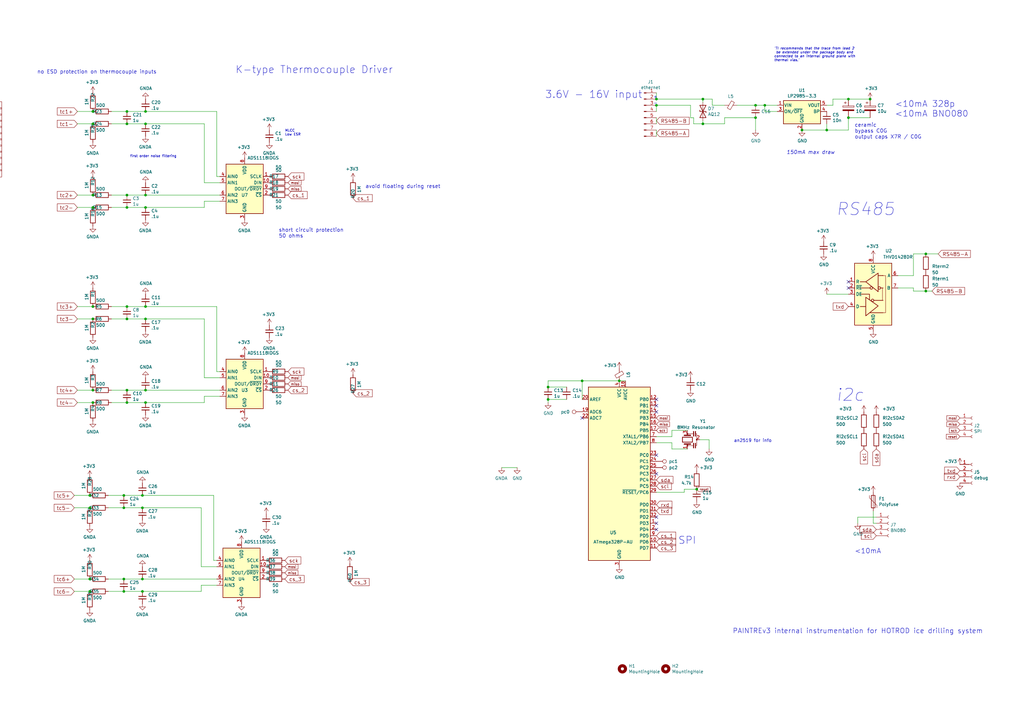
<source format=kicad_sch>
(kicad_sch (version 20211123) (generator eeschema)
  (paper "A3")
  (title_block (title "PAINTREv3") (date "1/5/2022") (company "GEUS") (comment 1 "CC-BY-SA, clan@geus.dk"))
  (junction (at 238.76 156.21))
  (junction (at 52.07 45.72))
  (junction (at 38.1 130.81))
  (junction (at 38.1 160.02))
  (junction (at 288.29 40.64))
  (junction (at 59.69 45.72))
  (junction (at 288.29 50.8))
  (junction (at 38.1 50.8))
  (junction (at 58.42 242.57))
  (junction (at 59.69 165.1))
  (junction (at 50.8 242.57))
  (junction (at 269.24 43.18))
  (junction (at 313.69 43.18))
  (junction (at 50.8 208.28))
  (junction (at 38.1 80.01))
  (junction (at 379.73 104.14))
  (junction (at 356.87 40.64))
  (junction (at 36.83 208.28))
  (junction (at 52.07 80.01))
  (junction (at 59.69 80.01))
  (junction (at 52.07 165.1))
  (junction (at 347.98 40.64))
  (junction (at 224.79 163.83))
  (junction (at 58.42 203.2))
  (junction (at 38.1 125.73))
  (junction (at 52.07 160.02))
  (junction (at 36.83 203.2))
  (junction (at 309.88 48.26))
  (junction (at 224.79 158.75))
  (junction (at 59.69 130.81))
  (junction (at 36.83 237.49))
  (junction (at 328.93 53.34))
  (junction (at 347.98 48.26))
  (junction (at 309.88 43.18))
  (junction (at 59.69 160.02))
  (junction (at 52.07 85.09))
  (junction (at 269.24 40.64))
  (junction (at 59.69 125.73))
  (junction (at 38.1 85.09))
  (junction (at 58.42 208.28))
  (junction (at 339.09 53.34))
  (junction (at 36.83 242.57))
  (junction (at 379.73 119.38))
  (junction (at 58.42 237.49))
  (junction (at 52.07 50.8))
  (junction (at 254 156.21))
  (junction (at 38.1 165.1))
  (junction (at 50.8 203.2))
  (junction (at 38.1 45.72))
  (junction (at 285.75 200.66))
  (junction (at 59.69 50.8))
  (junction (at 52.07 125.73))
  (junction (at 50.8 237.49))
  (junction (at 59.69 85.09))
  (junction (at 52.07 130.81))
  (no_connect (at 238.76 171.45))
  (no_connect (at 269.24 166.37))
  (no_connect (at 269.24 212.09))
  (no_connect (at 347.98 118.11))
  (no_connect (at 269.24 214.63))
  (no_connect (at 269.24 168.91))
  (no_connect (at 269.24 186.69))
  (no_connect (at 269.24 194.31))
  (no_connect (at 269.24 217.17))
  (no_connect (at 269.24 163.83))
  (no_connect (at 347.98 115.57))
  (wire (pts (xy 328.93 53.34) (xy 339.09 53.34)))
  (wire (pts (xy 238.76 156.21) (xy 254 156.21)))
  (wire (pts (xy 44.45 242.57) (xy 50.8 242.57)))
  (wire (pts (xy 269.24 43.18) (xy 269.24 45.72)))
  (wire (pts (xy 283.21 48.26) (xy 284.48 48.26)))
  (wire (pts (xy 82.55 208.28) (xy 58.42 208.28)))
  (wire (pts (xy 232.41 158.75) (xy 224.79 158.75)))
  (wire (pts (xy 50.8 242.57) (xy 58.42 242.57)))
  (wire (pts (xy 52.07 50.8) (xy 59.69 50.8)))
  (wire (pts (xy 269.24 38.1) (xy 269.24 40.64)))
  (wire (pts (xy 45.72 45.72) (xy 52.07 45.72)))
  (wire (pts (xy 45.72 80.01) (xy 52.07 80.01)))
  (wire (pts (xy 83.82 50.8) (xy 59.69 50.8)))
  (wire (pts (xy 90.17 72.39) (xy 88.9 72.39)))
  (wire (pts (xy 374.65 118.11) (xy 374.65 119.38)))
  (wire (pts (xy 313.69 45.72) (xy 313.69 43.18)))
  (wire (pts (xy 347.98 48.26) (xy 347.98 53.34)))
  (wire (pts (xy 359.41 214.63) (xy 358.14 214.63)))
  (wire (pts (xy 50.8 203.2) (xy 58.42 203.2)))
  (wire (pts (xy 269.24 55.88) (xy 269.24 53.34)))
  (wire (pts (xy 347.98 53.34) (xy 339.09 53.34)))
  (wire (pts (xy 309.88 43.18) (xy 313.69 43.18)))
  (wire (pts (xy 88.9 125.73) (xy 88.9 152.4)))
  (wire (pts (xy 30.48 242.57) (xy 36.83 242.57)))
  (wire (pts (xy 339.09 43.18) (xy 341.63 43.18)))
  (wire (pts (xy 288.29 50.8) (xy 297.18 50.8)))
  (wire (pts (xy 52.07 85.09) (xy 59.69 85.09)))
  (wire (pts (xy 275.59 179.07) (xy 275.59 176.53)))
  (wire (pts (xy 52.07 160.02) (xy 59.69 160.02)))
  (wire (pts (xy 83.82 162.56) (xy 83.82 165.1)))
  (wire (pts (xy 224.79 156.21) (xy 224.79 158.75)))
  (wire (pts (xy 288.29 49.53) (xy 288.29 50.8)))
  (wire (pts (xy 50.8 208.28) (xy 58.42 208.28)))
  (wire (pts (xy 52.07 130.81) (xy 59.69 130.81)))
  (wire (pts (xy 374.65 104.14) (xy 379.73 104.14)))
  (wire (pts (xy 339.09 120.65) (xy 347.98 120.65)))
  (wire (pts (xy 31.75 125.73) (xy 38.1 125.73)))
  (wire (pts (xy 59.69 80.01) (xy 90.17 80.01)))
  (wire (pts (xy 83.82 85.09) (xy 59.69 85.09)))
  (wire (pts (xy 58.42 237.49) (xy 88.9 237.49)))
  (wire (pts (xy 30.48 208.28) (xy 36.83 208.28)))
  (wire (pts (xy 59.69 160.02) (xy 90.17 160.02)))
  (wire (pts (xy 45.72 85.09) (xy 52.07 85.09)))
  (wire (pts (xy 292.1 40.64) (xy 292.1 43.18)))
  (wire (pts (xy 44.45 203.2) (xy 50.8 203.2)))
  (wire (pts (xy 275.59 181.61) (xy 275.59 184.15)))
  (wire (pts (xy 224.79 163.83) (xy 232.41 163.83)))
  (wire (pts (xy 374.65 104.14) (xy 374.65 113.03)))
  (wire (pts (xy 292.1 43.18) (xy 297.18 43.18)))
  (wire (pts (xy 83.82 82.55) (xy 90.17 82.55)))
  (wire (pts (xy 269.24 50.8) (xy 269.24 48.26)))
  (wire (pts (xy 269.24 179.07) (xy 275.59 179.07)))
  (wire (pts (xy 269.24 40.64) (xy 288.29 40.64)))
  (wire (pts (xy 358.14 214.63) (xy 358.14 209.55)))
  (wire (pts (xy 341.63 43.18) (xy 341.63 40.64)))
  (wire (pts (xy 83.82 154.94) (xy 83.82 130.81)))
  (wire (pts (xy 83.82 74.93) (xy 83.82 50.8)))
  (wire (pts (xy 82.55 232.41) (xy 88.9 232.41)))
  (wire (pts (xy 205.74 191.77) (xy 212.09 191.77)))
  (wire (pts (xy 351.79 212.09) (xy 351.79 214.63)))
  (wire (pts (xy 82.55 240.03) (xy 82.55 242.57)))
  (wire (pts (xy 30.48 203.2) (xy 36.83 203.2)))
  (wire (pts (xy 280.67 200.66) (xy 285.75 200.66)))
  (wire (pts (xy 50.8 237.49) (xy 58.42 237.49)))
  (wire (pts (xy 31.75 50.8) (xy 38.1 50.8)))
  (wire (pts (xy 288.29 40.64) (xy 292.1 40.64)))
  (wire (pts (xy 379.73 119.38) (xy 382.27 119.38)))
  (wire (pts (xy 52.07 80.01) (xy 59.69 80.01)))
  (wire (pts (xy 52.07 45.72) (xy 59.69 45.72)))
  (wire (pts (xy 313.69 43.18) (xy 318.77 43.18)))
  (wire (pts (xy 31.75 165.1) (xy 38.1 165.1)))
  (wire (pts (xy 30.48 237.49) (xy 36.83 237.49)))
  (wire (pts (xy 31.75 45.72) (xy 38.1 45.72)))
  (wire (pts (xy 318.77 45.72) (xy 313.69 45.72)))
  (wire (pts (xy 309.88 48.26) (xy 309.88 53.34)))
  (wire (pts (xy 275.59 184.15) (xy 281.94 184.15)))
  (wire (pts (xy 284.48 50.8) (xy 288.29 50.8)))
  (wire (pts (xy 59.69 125.73) (xy 88.9 125.73)))
  (wire (pts (xy 347.98 40.64) (xy 356.87 40.64)))
  (wire (pts (xy 45.72 130.81) (xy 52.07 130.81)))
  (wire (pts (xy 275.59 176.53) (xy 281.94 176.53)))
  (wire (pts (xy 347.98 48.26) (xy 356.87 48.26)))
  (wire (pts (xy 87.63 203.2) (xy 87.63 229.87)))
  (wire (pts (xy 297.18 50.8) (xy 297.18 48.26)))
  (wire (pts (xy 283.21 43.18) (xy 283.21 48.26)))
  (wire (pts (xy 254 156.21) (xy 256.54 156.21)))
  (wire (pts (xy 374.65 119.38) (xy 379.73 119.38)))
  (wire (pts (xy 45.72 50.8) (xy 52.07 50.8)))
  (wire (pts (xy 88.9 45.72) (xy 88.9 72.39)))
  (wire (pts (xy 368.3 113.03) (xy 374.65 113.03)))
  (wire (pts (xy 52.07 165.1) (xy 59.69 165.1)))
  (wire (pts (xy 339.09 53.34) (xy 339.09 50.8)))
  (wire (pts (xy 269.24 43.18) (xy 283.21 43.18)))
  (wire (pts (xy 44.45 237.49) (xy 50.8 237.49)))
  (wire (pts (xy 31.75 130.81) (xy 38.1 130.81)))
  (wire (pts (xy 83.82 165.1) (xy 59.69 165.1)))
  (wire (pts (xy 31.75 80.01) (xy 38.1 80.01)))
  (wire (pts (xy 297.18 48.26) (xy 309.88 48.26)))
  (wire (pts (xy 379.73 104.14) (xy 384.81 104.14)))
  (wire (pts (xy 359.41 212.09) (xy 351.79 212.09)))
  (wire (pts (xy 45.72 165.1) (xy 52.07 165.1)))
  (wire (pts (xy 269.24 181.61) (xy 275.59 181.61)))
  (wire (pts (xy 83.82 130.81) (xy 59.69 130.81)))
  (wire (pts (xy 224.79 163.83) (xy 224.79 165.1)))
  (wire (pts (xy 83.82 154.94) (xy 90.17 154.94)))
  (wire (pts (xy 52.07 125.73) (xy 59.69 125.73)))
  (wire (pts (xy 31.75 85.09) (xy 38.1 85.09)))
  (wire (pts (xy 45.72 125.73) (xy 52.07 125.73)))
  (wire (pts (xy 290.83 180.34) (xy 290.83 184.15)))
  (wire (pts (xy 280.67 201.93) (xy 280.67 200.66)))
  (wire (pts (xy 82.55 232.41) (xy 82.55 208.28)))
  (wire (pts (xy 82.55 240.03) (xy 88.9 240.03)))
  (wire (pts (xy 45.72 160.02) (xy 52.07 160.02)))
  (wire (pts (xy 269.24 201.93) (xy 280.67 201.93)))
  (wire (pts (xy 58.42 203.2) (xy 87.63 203.2)))
  (wire (pts (xy 341.63 40.64) (xy 347.98 40.64)))
  (wire (pts (xy 224.79 156.21) (xy 238.76 156.21)))
  (wire (pts (xy 31.75 160.02) (xy 38.1 160.02)))
  (wire (pts (xy 44.45 208.28) (xy 50.8 208.28)))
  (wire (pts (xy 284.48 48.26) (xy 284.48 50.8)))
  (wire (pts (xy 88.9 229.87) (xy 87.63 229.87)))
  (wire (pts (xy 90.17 152.4) (xy 88.9 152.4)))
  (wire (pts (xy 83.82 162.56) (xy 90.17 162.56)))
  (wire (pts (xy 288.29 40.64) (xy 288.29 41.91)))
  (wire (pts (xy 83.82 82.55) (xy 83.82 85.09)))
  (wire (pts (xy 82.55 242.57) (xy 58.42 242.57)))
  (wire (pts (xy 59.69 45.72) (xy 88.9 45.72)))
  (wire (pts (xy 287.02 180.34) (xy 290.83 180.34)))
  (wire (pts (xy 368.3 118.11) (xy 374.65 118.11)))
  (wire (pts (xy 302.26 43.18) (xy 309.88 43.18)))
  (wire (pts (xy 83.82 74.93) (xy 90.17 74.93)))
  (wire (pts (xy 238.76 163.83) (xy 238.76 156.21)))
  (text "short circuit protection\n50 ohms\n" (at 114.3 97.79 0) (effects (font (size 1.4986 1.4986)) (justify left bottom)))
  (text "150mA max draw\n" (at 322.58 63.5 0) (effects (font (size 1.4986 1.4986) italic) (justify left bottom)))
  (text "MLCC\nLow ESR" (at 116.84 55.88 0) (effects (font (size 0.9906 0.9906)) (justify left bottom)))
  (text "-" (at 267.97 43.18 0) (effects (font (size 1.27 1.27)) (justify left bottom)))
  (text "+" (at 267.97 40.64 0) (effects (font (size 1.27 1.27)) (justify left bottom)))
  (text "first order noise filtering" (at 53.34 64.77 0) (effects (font (size 0.9906 0.9906)) (justify left bottom)))
  (text "an2519 for info" (at 300.99 181.61 0) (effects (font (size 1.27 1.27)) (justify left bottom)))
  (text "RS485" (at 342.9 88.9 0) (effects (font (size 5.0038 5.0038) italic) (justify left bottom)))
  (text "ceramic\nbypass C0G\noutput caps X7R / C0G" (at 350.52 57.15 0) (effects (font (size 1.4986 1.4986)) (justify left bottom)))
  (text "SPI" (at 278.13 223.52 0) (effects (font (size 2.9972 2.9972)) (justify left bottom)))
  (text "avoid floating during reset" (at 149.86 77.47 0) (effects (font (size 1.4986 1.4986)) (justify left bottom)))
  (text "3.6V - 16V input" (at 223.52 40.64 0) (effects (font (size 2.9972 2.9972)) (justify left bottom)))
  (text "<10mA 328p\n<10mA BNO080" (at 367.03 48.26 0) (effects (font (size 2.4892 2.4892)) (justify left bottom)))
  (text "K-type Thermocouple Driver" (at 96.52 30.48 0) (effects (font (size 2.9972 2.9972)) (justify left bottom)))
  (text "PAINTREv3 internal instrumentation for HOTROD ice drilling system" (at 300.482 260.096 0) (effects (font (size 2 2)) (justify left bottom)))
  (text "<10mA" (at 350.52 227.33 0) (effects (font (size 2.0066 2.0066)) (justify left bottom)))
  (text "no ESD protection on thermocouple inputs" (at 15.24 30.48 0) (effects (font (size 1.4986 1.4986)) (justify left bottom)))
  (text "\n'TI recommends that the trace from lead 2\n be extended under the package body and \nconnected to an internal ground plane with \nthermal vias.'" (at 317.5 25.4 0) (effects (font (size 0.9906 0.9906) italic) (justify left bottom)))
  (text "i2c" (at 342.9 165.1 0) (effects (font (size 5.0038 5.0038) italic) (justify left bottom)))
  (global_label "cs_1" (shape input) (at 269.24 219.71 0) (effects (font (size 1.4986 1.4986))) (property "Intersheet References" "${INTERSHEET_REFS}" (effects hide)))
  (global_label "mosi" (shape input) (at 269.24 171.45 0) (effects (font (size 0.9906 0.9906))) (property "Intersheet References" "${INTERSHEET_REFS}" (effects hide)))
  (global_label "scl" (shape input) (at 359.41 219.71 180) (effects (font (size 1.4986 1.4986))) (property "Intersheet References" "${INTERSHEET_REFS}" (effects hide)))
  (global_label "sda" (shape input) (at 269.24 196.85 0) (effects (font (size 1.4986 1.4986))) (property "Intersheet References" "${INTERSHEET_REFS}" (effects hide)))
  (global_label "tc4+" (shape input) (at -7.62 60.96 0) (effects (font (size 1.4986 1.4986))) (property "Intersheet References" "${INTERSHEET_REFS}" (effects hide)))
  (global_label "mosi" (shape input) (at 118.11 154.94 0) (effects (font (size 0.9906 0.9906))) (property "Intersheet References" "${INTERSHEET_REFS}" (effects hide)))
  (global_label "tc6+" (shape input) (at 30.48 237.49 180) (effects (font (size 1.4986 1.4986))) (property "Intersheet References" "${INTERSHEET_REFS}" (effects hide)))
  (global_label "sck" (shape input) (at 118.11 72.39 0) (effects (font (size 1.4986 1.4986))) (property "Intersheet References" "${INTERSHEET_REFS}" (effects hide)))
  (global_label "reset" (shape input) (at 393.7 179.07 180) (effects (font (size 0.9906 0.9906))) (property "Intersheet References" "${INTERSHEET_REFS}" (effects hide)))
  (global_label "miso" (shape input) (at 116.84 234.95 0) (effects (font (size 0.9906 0.9906))) (property "Intersheet References" "${INTERSHEET_REFS}" (effects hide)))
  (global_label "cs_3" (shape input) (at 143.51 238.76 0) (effects (font (size 1.4986 1.4986))) (property "Intersheet References" "${INTERSHEET_REFS}" (effects hide)))
  (global_label "cs_3" (shape input) (at 116.84 237.49 0) (effects (font (size 1.4986 1.4986))) (property "Intersheet References" "${INTERSHEET_REFS}" (effects hide)))
  (global_label "tc3-" (shape input) (at 31.75 130.81 180) (effects (font (size 1.4986 1.4986))) (property "Intersheet References" "${INTERSHEET_REFS}" (effects hide)))
  (global_label "RS485-A" (shape input) (at 384.81 104.14 0) (effects (font (size 1.4986 1.4986))) (property "Intersheet References" "${INTERSHEET_REFS}" (effects hide)))
  (global_label "tc4-" (shape input) (at 31.75 165.1 180) (effects (font (size 1.4986 1.4986))) (property "Intersheet References" "${INTERSHEET_REFS}" (effects hide)))
  (global_label "rxd" (shape input) (at 393.7 195.58 180) (effects (font (size 1.4986 1.4986))) (property "Intersheet References" "${INTERSHEET_REFS}" (effects hide)))
  (global_label "rxd" (shape input) (at 269.24 207.01 0) (effects (font (size 1.4986 1.4986))) (property "Intersheet References" "${INTERSHEET_REFS}" (effects hide)))
  (global_label "cs_1" (shape input) (at 144.78 81.28 0) (effects (font (size 1.4986 1.4986))) (property "Intersheet References" "${INTERSHEET_REFS}" (effects hide)))
  (global_label "RS485-B" (shape input) (at 382.27 119.38 0) (effects (font (size 1.4986 1.4986))) (property "Intersheet References" "${INTERSHEET_REFS}" (effects hide)))
  (global_label "tc6+" (shape input) (at -7.62 71.12 0) (effects (font (size 1.4986 1.4986))) (property "Intersheet References" "${INTERSHEET_REFS}" (effects hide)))
  (global_label "tc3+" (shape input) (at 31.75 125.73 180) (effects (font (size 1.4986 1.4986))) (property "Intersheet References" "${INTERSHEET_REFS}" (effects hide)))
  (global_label "sck" (shape input) (at 393.7 176.53 180) (effects (font (size 0.9906 0.9906))) (property "Intersheet References" "${INTERSHEET_REFS}" (effects hide)))
  (global_label "tc3-" (shape input) (at -7.62 53.34 0) (effects (font (size 1.4986 1.4986))) (property "Intersheet References" "${INTERSHEET_REFS}" (effects hide)))
  (global_label "tc4+" (shape input) (at 31.75 160.02 180) (effects (font (size 1.4986 1.4986))) (property "Intersheet References" "${INTERSHEET_REFS}" (effects hide)))
  (global_label "cs_2" (shape input) (at 269.24 222.25 0) (effects (font (size 1.4986 1.4986))) (property "Intersheet References" "${INTERSHEET_REFS}" (effects hide)))
  (global_label "tc1-" (shape input) (at 31.75 50.8 180) (effects (font (size 1.4986 1.4986))) (property "Intersheet References" "${INTERSHEET_REFS}" (effects hide)))
  (global_label "tc5+" (shape input) (at 30.48 203.2 180) (effects (font (size 1.4986 1.4986))) (property "Intersheet References" "${INTERSHEET_REFS}" (effects hide)))
  (global_label "tc5+" (shape input) (at -7.62 66.04 0) (effects (font (size 1.4986 1.4986))) (property "Intersheet References" "${INTERSHEET_REFS}" (effects hide)))
  (global_label "scl" (shape input) (at 269.24 199.39 0) (effects (font (size 1.4986 1.4986))) (property "Intersheet References" "${INTERSHEET_REFS}" (effects hide)))
  (global_label "tc2-" (shape input) (at -7.62 48.26 0) (effects (font (size 1.4986 1.4986))) (property "Intersheet References" "${INTERSHEET_REFS}" (effects hide)))
  (global_label "tc5-" (shape input) (at -7.62 63.5 0) (effects (font (size 1.4986 1.4986))) (property "Intersheet References" "${INTERSHEET_REFS}" (effects hide)))
  (global_label "tc3+" (shape input) (at -7.62 55.88 0) (effects (font (size 1.4986 1.4986))) (property "Intersheet References" "${INTERSHEET_REFS}" (effects hide)))
  (global_label "cs_2" (shape input) (at 144.78 161.29 0) (effects (font (size 1.4986 1.4986))) (property "Intersheet References" "${INTERSHEET_REFS}" (effects hide)))
  (global_label "miso" (shape input) (at 269.24 173.99 0) (effects (font (size 0.9906 0.9906))) (property "Intersheet References" "${INTERSHEET_REFS}" (effects hide)))
  (global_label "tc5-" (shape input) (at 30.48 208.28 180) (effects (font (size 1.4986 1.4986))) (property "Intersheet References" "${INTERSHEET_REFS}" (effects hide)))
  (global_label "txd" (shape input) (at 393.7 193.04 180) (effects (font (size 1.4986 1.4986))) (property "Intersheet References" "${INTERSHEET_REFS}" (effects hide)))
  (global_label "sda" (shape input) (at 359.41 184.15 270) (effects (font (size 1.4986 1.4986))) (property "Intersheet References" "${INTERSHEET_REFS}" (effects hide)))
  (global_label "tc6-" (shape input) (at -7.62 68.58 0) (effects (font (size 1.4986 1.4986))) (property "Intersheet References" "${INTERSHEET_REFS}" (effects hide)))
  (global_label "tc1+" (shape input) (at 31.75 45.72 180) (effects (font (size 1.4986 1.4986))) (property "Intersheet References" "${INTERSHEET_REFS}" (effects hide)))
  (global_label "tc1-" (shape input) (at -7.62 43.18 0) (effects (font (size 1.4986 1.4986))) (property "Intersheet References" "${INTERSHEET_REFS}" (effects hide)))
  (global_label "reset" (shape input) (at 285.75 200.66 0) (effects (font (size 0.9906 0.9906))) (property "Intersheet References" "${INTERSHEET_REFS}" (effects hide)))
  (global_label "tc6-" (shape input) (at 30.48 242.57 180) (effects (font (size 1.4986 1.4986))) (property "Intersheet References" "${INTERSHEET_REFS}" (effects hide)))
  (global_label "tc2+" (shape input) (at -7.62 50.8 0) (effects (font (size 1.4986 1.4986))) (property "Intersheet References" "${INTERSHEET_REFS}" (effects hide)))
  (global_label "tc4-" (shape input) (at -7.62 58.42 0) (effects (font (size 1.4986 1.4986))) (property "Intersheet References" "${INTERSHEET_REFS}" (effects hide)))
  (global_label "miso" (shape input) (at 393.7 173.99 180) (effects (font (size 0.9906 0.9906))) (property "Intersheet References" "${INTERSHEET_REFS}" (effects hide)))
  (global_label "miso" (shape input) (at 118.11 77.47 0) (effects (font (size 0.9906 0.9906))) (property "Intersheet References" "${INTERSHEET_REFS}" (effects hide)))
  (global_label "mosi" (shape input) (at 393.7 171.45 180) (effects (font (size 0.9906 0.9906))) (property "Intersheet References" "${INTERSHEET_REFS}" (effects hide)))
  (global_label "txd" (shape input) (at 269.24 209.55 0) (effects (font (size 1.4986 1.4986))) (property "Intersheet References" "${INTERSHEET_REFS}" (effects hide)))
  (global_label "miso" (shape input) (at 118.11 157.48 0) (effects (font (size 0.9906 0.9906))) (property "Intersheet References" "${INTERSHEET_REFS}" (effects hide)))
  (global_label "sck" (shape input) (at 116.84 229.87 0) (effects (font (size 1.4986 1.4986))) (property "Intersheet References" "${INTERSHEET_REFS}" (effects hide)))
  (global_label "cs_2" (shape input) (at 118.11 160.02 0) (effects (font (size 1.4986 1.4986))) (property "Intersheet References" "${INTERSHEET_REFS}" (effects hide)))
  (global_label "mosi" (shape input) (at 116.84 232.41 0) (effects (font (size 0.9906 0.9906))) (property "Intersheet References" "${INTERSHEET_REFS}" (effects hide)))
  (global_label "sda" (shape input) (at 359.41 217.17 180) (effects (font (size 1.4986 1.4986))) (property "Intersheet References" "${INTERSHEET_REFS}" (effects hide)))
  (global_label "cs_3" (shape input) (at 269.24 224.79 0) (effects (font (size 1.4986 1.4986))) (property "Intersheet References" "${INTERSHEET_REFS}" (effects hide)))
  (global_label "RS485-B" (shape input) (at 269.24 49.53 0) (effects (font (size 1.4986 1.4986))) (property "Intersheet References" "${INTERSHEET_REFS}" (effects hide)))
  (global_label "tc2+" (shape input) (at 31.75 80.01 180) (effects (font (size 1.4986 1.4986))) (property "Intersheet References" "${INTERSHEET_REFS}" (effects hide)))
  (global_label "sck" (shape input) (at 269.24 176.53 0) (effects (font (size 0.9906 0.9906))) (property "Intersheet References" "${INTERSHEET_REFS}" (effects hide)))
  (global_label "tc2-" (shape input) (at 31.75 85.09 180) (effects (font (size 1.4986 1.4986))) (property "Intersheet References" "${INTERSHEET_REFS}" (effects hide)))
  (global_label "tc1+" (shape input) (at -7.62 45.72 0) (effects (font (size 1.4986 1.4986))) (property "Intersheet References" "${INTERSHEET_REFS}" (effects hide)))
  (global_label "txd" (shape input) (at 347.98 125.73 180) (effects (font (size 1.4986 1.4986))) (property "Intersheet References" "${INTERSHEET_REFS}" (effects hide)))
  (global_label "scl" (shape input) (at 354.33 184.15 270) (effects (font (size 1.4986 1.4986))) (property "Intersheet References" "${INTERSHEET_REFS}" (effects hide)))
  (global_label "cs_1" (shape input) (at 118.11 80.01 0) (effects (font (size 1.4986 1.4986))) (property "Intersheet References" "${INTERSHEET_REFS}" (effects hide)))
  (global_label "mosi" (shape input) (at 118.11 74.93 0) (effects (font (size 0.9906 0.9906))) (property "Intersheet References" "${INTERSHEET_REFS}" (effects hide)))
  (global_label "RS485-A" (shape input) (at 269.24 54.61 0) (effects (font (size 1.4986 1.4986))) (property "Intersheet References" "${INTERSHEET_REFS}" (effects hide)))
  (global_label "sck" (shape input) (at 118.11 152.4 0) (effects (font (size 1.4986 1.4986))) (property "Intersheet References" "${INTERSHEET_REFS}" (effects hide)))
  (symbol (lib_id "Regulator_Linear:LP2985-3.3") (at 328.93 45.72 0) (unit 1)
    (property "Reference" "U1" (at 328.93 37.0332 0))
    (property "Value" "LP2985-3.3" (at 328.93 39.3446 0))
    (property "Footprint" "TO_SOT_Packages_SMD:SOT-23-5_HandSoldering" (effects hide))
    (property "Datasheet" "http://www.ti.com/lit/ds/symlink/lp2985.pdf" (effects hide))
  )
  (symbol (lib_id "PAINTREv3-rescue:CP-2164VCA-rescue-instrumnet-rescue") (at 347.98 44.45 0) (unit 1)
    (property "Reference" "C6" (at 350.9772 43.2816 0) (effects (justify left)))
    (property "Value" "10u" (at 350.9772 45.593 0) (effects (justify left)))
    (property "Footprint" "New folder:C_1206_HandSoldering_silkscreenlabel" (effects hide))
  )
  (symbol (lib_id "PAINTREv3-rescue:CP-2164VCA-rescue-instrumnet-rescue") (at 356.87 44.45 0) (unit 1)
    (property "Reference" "C7" (at 359.8672 43.2816 0) (effects (justify left)))
    (property "Value" "10u" (at 359.8672 45.593 0) (effects (justify left)))
    (property "Footprint" "New folder:C_1206_HandSoldering_silkscreenlabel" (effects hide))
  )
  (symbol (lib_id "PAINTREv3-rescue:C_Small-_saved_synth-cache-instrumnet-rescue") (at 339.09 48.26 0) (unit 1)
    (property "Reference" "C5" (at 341.4268 47.0916 0) (effects (justify left)))
    (property "Value" "10n" (at 341.4268 49.403 0) (effects (justify left)))
    (property "Footprint" "Capacitor_SMD:C_0603_1608Metric_fabdesignatorsmall" (effects hide))
  )
  (symbol (lib_id "PAINTREv3-rescue:+3.3V-power") (at 356.87 40.64 0) (unit 1)
    (property "Reference" "#PWR0104" (effects hide))
    (property "Value" "+3.3V" (at 357.251 36.2458 0))
  )
  (symbol (lib_id "power:GND") (at 328.93 53.34 0) (unit 1)
    (property "Reference" "#PWR0106" (effects hide))
    (property "Value" "GND" (at 329.057 57.7342 0))
  )
  (symbol (lib_id "PAINTREv3-rescue:ATmega328P-AU-MCU_Microchip_ATmega-instrumnet-rescue") (at 254 194.31 0) (unit 1)
    (property "Reference" "U5" (at 251.46 218.44 0))
    (property "Value" "ATmega328P-AU" (at 251.46 222.25 0))
    (property "Footprint" "Housings_QFP:TQFP-32_7x7mm_Pitch0.8mm" (effects hide))
    (property "Datasheet" "http://ww1.microchip.com/downloads/en/DeviceDoc/ATmega328_P%20AVR%20MCU%20with%20picoPower%20Technology%20Data%20Sheet%2040001984A.pdf" (effects hide))
  )
  (symbol (lib_id "Device:Resonator") (at 281.94 180.34 90) (unit 1)
    (property "Reference" "Y1" (at 289.56 172.72 90) (effects (justify left)))
    (property "Value" "8MHz Resonator" (at 293.37 175.26 90) (effects (justify left)))
    (property "Footprint" "New folder:Resonator_SMD_muRata_CSTNE" (effects hide))
  )
  (symbol (lib_id "power:GND") (at 290.83 184.15 0) (unit 1)
    (property "Reference" "#PWR0108" (effects hide))
    (property "Value" "GND" (at 290.957 188.5442 0))
  )
  (symbol (lib_id "power:GND") (at 254 232.41 0) (unit 1)
    (property "Reference" "#PWR0109" (effects hide))
    (property "Value" "GND" (at 254.127 236.8042 0))
  )
  (symbol (lib_id "power:GND") (at 224.79 165.1 0) (unit 1)
    (property "Reference" "#PWR0110" (effects hide))
    (property "Value" "GND" (at 224.917 169.4942 0))
  )
  (symbol (lib_id "PAINTREv3-rescue:C_Small-_saved_synth-cache-instrumnet-rescue") (at 224.79 161.29 0) (unit 1)
    (property "Reference" "C13" (at 227.1268 160.1216 0) (effects (justify left)))
    (property "Value" "1u" (at 227.1268 162.433 0) (effects (justify left)))
    (property "Footprint" "Capacitor_SMD:C_0603_1608Metric_fabdesignatorsmall" (effects hide))
  )
  (symbol (lib_id "PAINTREv3-rescue:C_Small-_saved_synth-cache-instrumnet-rescue") (at 232.41 161.29 0) (unit 1)
    (property "Reference" "C14" (at 234.7468 160.1216 0) (effects (justify left)))
    (property "Value" ".1u" (at 234.7468 162.433 0) (effects (justify left)))
    (property "Footprint" "Capacitor_SMD:C_0603_1608Metric_fabdesignatorsmall" (effects hide))
  )
  (symbol (lib_id "PAINTREv3-rescue:Connector_Conn_01x04_Female-newvco-cache-instrumnet-rescue") (at 364.49 214.63 0) (unit 1)
    (property "Reference" "J7" (at 365.1758 215.2396 0) (effects (justify left)))
    (property "Value" "BN080" (at 365.1758 217.551 0) (effects (justify left)))
    (property "Footprint" "Connectors_JST:JST_SH_SM04B-SRSS-TB_04x1.00mm_Angled" (effects hide))
  )
  (symbol (lib_id "PAINTREv3-rescue:+3.3V-power") (at 254 151.13 0) (unit 1)
    (property "Reference" "#PWR0122" (effects hide))
    (property "Value" "+3.3V" (at 250.19 149.86 0))
  )
  (symbol (lib_id "power:GND") (at 309.88 53.34 0) (unit 1)
    (property "Reference" "#PWR0135" (effects hide))
    (property "Value" "GND" (at 310.007 57.7342 0))
  )
  (symbol (lib_id "PAINTREv3-rescue:C_Small-_saved_synth-cache-instrumnet-rescue") (at 283.21 157.48 0) (unit 1)
    (property "Reference" "C12" (at 285.5468 157.48 0) (effects (justify left)))
    (property "Value" ".1u" (effects hide))
    (property "Footprint" "Capacitor_SMD:C_0603_1608Metric_fabdesignatorsmall" (effects hide))
  )
  (symbol (lib_id "PAINTREv3-rescue:+3.3V-power") (at 283.21 154.94 0) (unit 1)
    (property "Reference" "#PWR0124" (effects hide))
    (property "Value" "+3.3V" (at 279.4 153.67 0))
  )
  (symbol (lib_id "power:GND") (at 283.21 160.02 0) (unit 1)
    (property "Reference" "#PWR0142" (effects hide))
    (property "Value" "GND" (at 283.337 164.4142 0))
  )
  (symbol (lib_id "PAINTREv3-rescue:R-2164VCA-rescue-instrumnet-rescue") (at 354.33 180.34 0) (unit 1)
    (property "Reference" "Ri2cSCL1" (at 342.9 179.07 0) (effects (justify left)))
    (property "Value" "500" (at 342.9 181.61 0) (effects (justify left)))
    (property "Footprint" "Resistor_SMD:R_0603_1608Metric_fabdesignatorsmall" (effects hide))
  )
  (symbol (lib_id "PAINTREv3-rescue:Ferrite_Bead_Small-Device") (at 254 153.67 0) (mirror y) (unit 1)
    (property "Reference" "L6" (at 257.683 153.67 90))
    (property "Value" "Ferrite_Bead_Small" (effects hide))
    (property "Footprint" "New folder:ferrite_bead_handsolder-1206" (effects hide))
  )
  (symbol (lib_id "PAINTREv3-rescue:R-2164VCA-rescue-instrumnet-rescue") (at 359.41 180.34 0) (unit 1)
    (property "Reference" "Ri2cSDA1" (at 361.95 179.07 0) (effects (justify left)))
    (property "Value" "500" (at 361.95 181.61 0) (effects (justify left)))
    (property "Footprint" "Resistor_SMD:R_0603_1608Metric_fabdesignatorsmall" (effects hide))
  )
  (symbol (lib_id "PAINTREv3-rescue:+3.3V-power") (at 354.33 168.91 0) (unit 1)
    (property "Reference" "#PWR0137" (effects hide))
    (property "Value" "+3.3V" (at 346.71 167.64 0))
  )
  (symbol (lib_id "PAINTREv3-rescue:+3.3V-power") (at 359.41 168.91 0) (unit 1)
    (property "Reference" "#PWR0139" (effects hide))
    (property "Value" "+3.3V" (at 364.49 167.64 0))
  )
  (symbol (lib_id "PAINTREv3-rescue:R-2164VCA-rescue-instrumnet-rescue") (at 285.75 196.85 0) (unit 1)
    (property "Reference" "R14" (at 280.67 195.58 0) (effects (justify left)))
    (property "Value" "4.7k" (at 279.4 198.12 0) (effects (justify left)))
    (property "Footprint" "Resistor_SMD:R_0603_1608Metric_fabdesignatorsmall" (effects hide))
  )
  (symbol (lib_id "PAINTREv3-rescue:+3.3V-power") (at 285.75 193.04 0) (unit 1)
    (property "Reference" "#PWR0143" (effects hide))
    (property "Value" "+3.3V" (at 289.56 191.77 0))
  )
  (symbol (lib_id "PAINTREv3-rescue:C_Small-_saved_synth-cache-instrumnet-rescue") (at 285.75 203.2 0) (unit 1)
    (property "Reference" "C15" (at 288.0868 202.0316 0) (effects (justify left)))
    (property "Value" "1u" (at 288.0868 204.343 0) (effects (justify left)))
    (property "Footprint" "Capacitor_SMD:C_0603_1608Metric_fabdesignatorsmall" (effects hide))
  )
  (symbol (lib_id "power:GND") (at 285.75 205.74 0) (unit 1)
    (property "Reference" "#PWR0144" (effects hide))
    (property "Value" "GND" (at 285.877 210.1342 0))
  )
  (symbol (lib_id "PAINTREv3-rescue:C_Small-_saved_synth-cache-instrumnet-rescue") (at 309.88 45.72 0) (unit 1)
    (property "Reference" "C16" (at 312.2168 45.72 0) (effects (justify left)))
    (property "Value" "1u" (effects hide))
    (property "Footprint" "Capacitor_SMD:C_0603_1608Metric_fabdesignatorsmall" (effects hide))
  )
  (symbol (lib_id "PAINTREv3-rescue:+3.3V-power") (at 393.7 190.5 0) (unit 1)
    (property "Reference" "#PWR0140" (effects hide))
    (property "Value" "+3.3V" (at 389.89 189.23 0))
  )
  (symbol (lib_id "power:GND") (at 393.7 198.12 0) (unit 1)
    (property "Reference" "#PWR0141" (effects hide))
    (property "Value" "GND" (at 393.827 202.5142 0))
  )
  (symbol (lib_id "Device:D_TVS") (at 288.29 45.72 270) (unit 1)
    (property "Reference" "D7" (at 290.2966 44.5516 90) (effects (justify left)))
    (property "Value" "AQ12" (at 290.2966 46.863 90) (effects (justify left)))
    (property "Footprint" "TO_SOT_Packages_SMD:SOT-23_handsoldering" (effects hide))
  )
  (symbol (lib_id "power:GND") (at 351.79 214.63 0) (unit 1)
    (property "Reference" "#PWR0136" (effects hide))
    (property "Value" "GND" (at 351.917 219.0242 0))
  )
  (symbol (lib_id "PAINTREv3-rescue:+3.3V-power") (at 358.14 201.93 0) (unit 1)
    (property "Reference" "#PWR0138" (effects hide))
    (property "Value" "+3.3V" (at 354.33 200.66 0))
  )
  (symbol (lib_id "power:GND") (at 212.09 191.77 0) (unit 1)
    (property "Reference" "#PWR0132" (effects hide))
    (property "Value" "GND" (at 212.217 196.1642 0))
  )
  (symbol (lib_id "Connector:TestPoint") (at 238.76 168.91 90) (unit 1)
    (property "Reference" "TP2" (effects hide))
    (property "Value" "pc0" (at 233.68 168.91 90) (effects (justify left)))
    (property "Footprint" "TestPoint:TestPoint_Pad_2.0x2.0mm" (effects hide))
  )
  (symbol (lib_id "Connector:TestPoint") (at 269.24 189.23 270) (unit 1)
    (property "Reference" "TP3" (effects hide))
    (property "Value" "pc1" (at 274.32 189.23 90) (effects (justify left)))
    (property "Footprint" "TestPoint:TestPoint_Pad_2.0x2.0mm" (effects hide))
  )
  (symbol (lib_id "Connector:TestPoint") (at 269.24 191.77 270) (unit 1)
    (property "Reference" "TP4" (effects hide))
    (property "Value" "pc2" (at 274.32 191.77 90) (effects (justify left)))
    (property "Footprint" "TestPoint:TestPoint_Pad_2.0x2.0mm" (effects hide))
  )
  (symbol (lib_id "PAINTREv3-rescue:Ferrite_Bead_Small-Device") (at 299.72 43.18 270) (unit 1)
    (property "Reference" "L5" (at 299.72 39.497 90))
    (property "Value" "Ferrite_Bead_Small" (effects hide))
    (property "Footprint" "New folder:ferrite_bead_handsolder-1206" (effects hide))
  )
  (symbol (lib_id "Analog_ADC:ADS1118IDGS") (at 100.33 77.47 0) (unit 1)
    (property "Reference" "U7" (at 100.33 80.01 0))
    (property "Value" "ADS1118IDGS" (at 107.95 64.77 0))
    (property "Footprint" "Package_SO:TSSOP-10_3x3mm_P0.5mm" (effects hide))
    (property "Datasheet" "http://www.ti.com/lit/ds/symlink/ads1118.pdf" (effects hide))
  )
  (symbol (lib_id "PAINTREv3-rescue:Connector_Conn_01x04_Female-newvco-cache-instrumnet-rescue") (at 398.78 193.04 0) (unit 1)
    (property "Reference" "J5" (at 399.4658 193.6496 0) (effects (justify left)))
    (property "Value" "debug" (at 399.4658 195.961 0) (effects (justify left)))
    (property "Footprint" "Connectors_JST:JST_SH_SM04B-SRSS-TB_04x1.00mm_Angled" (effects hide))
  )
  (symbol (lib_id "Mechanical:MountingHole") (at 255.27 274.32 0) (unit 1)
    (property "Reference" "H1" (at 257.81 273.1516 0) (effects (justify left)))
    (property "Value" "MountingHole" (at 257.81 275.463 0) (effects (justify left)))
    (property "Footprint" "MountingHole:MountingHole_3.2mm_M3" (effects hide))
  )
  (symbol (lib_id "Mechanical:MountingHole") (at 273.05 274.32 0) (unit 1)
    (property "Reference" "H2" (at 275.59 273.1516 0) (effects (justify left)))
    (property "Value" "MountingHole" (at 275.59 275.463 0) (effects (justify left)))
    (property "Footprint" "MountingHole:MountingHole_3.2mm_M3" (effects hide))
  )
  (symbol (lib_id "PAINTREv3-rescue:R-2164VCA-rescue-instrumnet-rescue") (at 114.3 72.39 90) (mirror x) (unit 1)
    (property "Reference" "R17" (at 114.3 72.39 90) (effects (justify left)))
    (property "Value" "50" (at 115.57 68.58 90) (effects (justify left)))
    (property "Footprint" "Resistor_SMD:R_0603_1608Metric_fabdesignatorsmall" (effects hide))
  )
  (symbol (lib_id "PAINTREv3-rescue:R-2164VCA-rescue-instrumnet-rescue") (at 114.3 74.93 90) (mirror x) (unit 1)
    (property "Reference" "R18" (at 114.3 74.93 90) (effects (justify left)))
    (property "Value" "50" (at 115.57 69.85 90) (effects (justify left)))
    (property "Footprint" "Resistor_SMD:R_0603_1608Metric_fabdesignatorsmall" (effects hide))
  )
  (symbol (lib_id "PAINTREv3-rescue:R-2164VCA-rescue-instrumnet-rescue") (at 114.3 77.47 90) (mirror x) (unit 1)
    (property "Reference" "R19" (at 114.3 77.47 90) (effects (justify left)))
    (property "Value" "50" (at 115.57 82.55 90) (effects (justify left)))
    (property "Footprint" "Resistor_SMD:R_0603_1608Metric_fabdesignatorsmall" (effects hide))
  )
  (symbol (lib_id "PAINTREv3-rescue:R-2164VCA-rescue-instrumnet-rescue") (at 114.3 80.01 90) (mirror x) (unit 1)
    (property "Reference" "R21" (at 114.3 80.01 90) (effects (justify left)))
    (property "Value" "50" (at 115.57 85.09 90) (effects (justify left)))
    (property "Footprint" "Resistor_SMD:R_0603_1608Metric_fabdesignatorsmall" (effects hide))
  )
  (symbol (lib_id "power:GNDA") (at 100.33 90.17 0) (mirror y) (unit 1)
    (property "Reference" "#PWR0105" (effects hide))
    (property "Value" "GNDA" (at 100.203 94.5642 0))
  )
  (symbol (lib_id "PAINTREv3-rescue:+3.3V-power") (at 100.33 64.77 0) (mirror y) (unit 1)
    (property "Reference" "#PWR0107" (effects hide))
    (property "Value" "+3.3V" (at 99.949 60.3758 0))
  )
  (symbol (lib_id "PAINTREv3-rescue:R-2164VCA-rescue-instrumnet-rescue") (at 144.78 77.47 0) (mirror x) (unit 1)
    (property "Reference" "R20" (at 144.78 77.47 90) (effects (justify left)))
    (property "Value" "1M" (at 147.32 76.2 90) (effects (justify left)))
    (property "Footprint" "Resistor_SMD:R_0603_1608Metric_fabdesignatorsmall" (effects hide))
  )
  (symbol (lib_id "PAINTREv3-rescue:+3.3V-power") (at 144.78 73.66 0) (mirror y) (unit 1)
    (property "Reference" "#PWR0113" (effects hide))
    (property "Value" "+3.3V" (at 144.399 69.2658 0))
  )
  (symbol (lib_id "Device:C_Small") (at 59.69 77.47 0) (unit 1)
    (property "Reference" "C2" (at 62.0268 76.3016 0) (effects (justify left)))
    (property "Value" ".1u" (at 62.0268 78.613 0) (effects (justify left)))
    (property "Footprint" "Capacitor_SMD:C_0603_1608Metric_fabdesignatorsmall" (effects hide))
  )
  (symbol (lib_id "Device:C_Small") (at 59.69 87.63 0) (unit 1)
    (property "Reference" "C4" (at 62.0268 86.4616 0) (effects (justify left)))
    (property "Value" ".1u" (at 62.0268 88.773 0) (effects (justify left)))
    (property "Footprint" "Capacitor_SMD:C_0603_1608Metric_fabdesignatorsmall" (effects hide))
  )
  (symbol (lib_id "Device:C_Small") (at 52.07 82.55 0) (unit 1)
    (property "Reference" "C3" (at 54.4068 81.3816 0) (effects (justify left)))
    (property "Value" "1u" (at 54.4068 83.693 0) (effects (justify left)))
    (property "Footprint" "Capacitor_SMD:C_0603_1608Metric_fabdesignatorsmall" (effects hide))
  )
  (symbol (lib_id "PAINTREv3-rescue:R-2164VCA-rescue-instrumnet-rescue") (at 41.91 80.01 90) (mirror x) (unit 1)
    (property "Reference" "R13" (at 41.91 80.01 90) (effects (justify left)))
    (property "Value" "500" (at 43.18 77.47 90) (effects (justify left)))
    (property "Footprint" "Resistor_SMD:R_0603_1608Metric_fabdesignatorsmall" (effects hide))
  )
  (symbol (lib_id "PAINTREv3-rescue:R-2164VCA-rescue-instrumnet-rescue") (at 41.91 85.09 90) (mirror x) (unit 1)
    (property "Reference" "R15" (at 41.91 85.09 90) (effects (justify left)))
    (property "Value" "500" (at 43.18 87.63 90) (effects (justify left)))
    (property "Footprint" "Resistor_SMD:R_0603_1608Metric_fabdesignatorsmall" (effects hide))
  )
  (symbol (lib_id "PAINTREv3-rescue:R-2164VCA-rescue-instrumnet-rescue") (at 38.1 76.2 0) (mirror y) (unit 1)
    (property "Reference" "R12" (at 38.1 76.2 90) (effects (justify left)))
    (property "Value" "1M" (at 35.56 77.47 90) (effects (justify left)))
    (property "Footprint" "Resistor_SMD:R_0603_1608Metric_fabdesignatorsmall" (effects hide))
  )
  (symbol (lib_id "PAINTREv3-rescue:R-2164VCA-rescue-instrumnet-rescue") (at 38.1 88.9 0) (mirror y) (unit 1)
    (property "Reference" "R16" (at 38.1 88.9 90) (effects (justify left)))
    (property "Value" "1M" (at 35.56 90.17 90) (effects (justify left)))
    (property "Footprint" "Resistor_SMD:R_0603_1608Metric_fabdesignatorsmall" (effects hide))
  )
  (symbol (lib_id "Device:Polyfuse") (at 358.14 205.74 0) (unit 1)
    (property "Reference" "F1" (at 360.3752 204.5716 0) (effects (justify left)))
    (property "Value" "Polyfuse" (at 360.3752 206.883 0) (effects (justify left)))
    (property "Footprint" "Fuse:Fuse_0603_1608Metric" (effects hide))
  )
  (symbol (lib_id "power:GNDA") (at 205.74 191.77 0) (mirror y) (unit 1)
    (property "Reference" "#PWR0163" (effects hide))
    (property "Value" "GNDA" (at 205.613 196.1642 0))
  )
  (symbol (lib_id "PAINTREv3-rescue:+3.3V-power") (at 38.1 72.39 0) (mirror y) (unit 1)
    (property "Reference" "#PWR0114" (effects hide))
    (property "Value" "+3.3V" (at 37.719 67.9958 0))
  )
  (symbol (lib_id "power:GNDA") (at 38.1 92.71 0) (mirror y) (unit 1)
    (property "Reference" "#PWR0123" (effects hide))
    (property "Value" "GNDA" (at 37.973 97.1042 0))
  )
  (symbol (lib_id "power:GNDA") (at 59.69 90.17 0) (mirror y) (unit 1)
    (property "Reference" "#PWR0145" (effects hide))
    (property "Value" "GNDA" (at 59.563 94.5642 0))
  )
  (symbol (lib_id "power:GNDA") (at 59.69 74.93 0) (mirror x) (unit 1)
    (property "Reference" "#PWR0147" (effects hide))
    (property "Value" "GNDA" (at 59.817 70.5358 0))
  )
  (symbol (lib_id "Device:C_Small") (at 59.69 43.18 0) (unit 1)
    (property "Reference" "C20" (at 62.0268 42.0116 0) (effects (justify left)))
    (property "Value" ".1u" (at 62.0268 44.323 0) (effects (justify left)))
    (property "Footprint" "Capacitor_SMD:C_0603_1608Metric_fabdesignatorsmall" (effects hide))
  )
  (symbol (lib_id "Device:C_Small") (at 59.69 53.34 0) (unit 1)
    (property "Reference" "C22" (at 62.0268 52.1716 0) (effects (justify left)))
    (property "Value" ".1u" (at 62.0268 54.483 0) (effects (justify left)))
    (property "Footprint" "Capacitor_SMD:C_0603_1608Metric_fabdesignatorsmall" (effects hide))
  )
  (symbol (lib_id "Device:C_Small") (at 52.07 48.26 0) (unit 1)
    (property "Reference" "C21" (at 54.4068 47.0916 0) (effects (justify left)))
    (property "Value" "1u" (at 54.4068 49.403 0) (effects (justify left)))
    (property "Footprint" "Capacitor_SMD:C_0603_1608Metric_fabdesignatorsmall" (effects hide))
  )
  (symbol (lib_id "PAINTREv3-rescue:R-2164VCA-rescue-instrumnet-rescue") (at 41.91 45.72 90) (mirror x) (unit 1)
    (property "Reference" "R23" (at 41.91 45.72 90) (effects (justify left)))
    (property "Value" "500" (at 43.18 43.18 90) (effects (justify left)))
    (property "Footprint" "Resistor_SMD:R_0603_1608Metric_fabdesignatorsmall" (effects hide))
  )
  (symbol (lib_id "PAINTREv3-rescue:R-2164VCA-rescue-instrumnet-rescue") (at 41.91 50.8 90) (mirror x) (unit 1)
    (property "Reference" "R24" (at 41.91 50.8 90) (effects (justify left)))
    (property "Value" "500" (at 43.18 53.34 90) (effects (justify left)))
    (property "Footprint" "Resistor_SMD:R_0603_1608Metric_fabdesignatorsmall" (effects hide))
  )
  (symbol (lib_id "PAINTREv3-rescue:R-2164VCA-rescue-instrumnet-rescue") (at 38.1 41.91 0) (mirror y) (unit 1)
    (property "Reference" "R22" (at 38.1 41.91 90) (effects (justify left)))
    (property "Value" "1M" (at 35.56 43.18 90) (effects (justify left)))
    (property "Footprint" "Resistor_SMD:R_0603_1608Metric_fabdesignatorsmall" (effects hide))
  )
  (symbol (lib_id "PAINTREv3-rescue:R-2164VCA-rescue-instrumnet-rescue") (at 38.1 54.61 0) (mirror y) (unit 1)
    (property "Reference" "R25" (at 38.1 54.61 90) (effects (justify left)))
    (property "Value" "1M" (at 35.56 55.88 90) (effects (justify left)))
    (property "Footprint" "Resistor_SMD:R_0603_1608Metric_fabdesignatorsmall" (effects hide))
  )
  (symbol (lib_id "PAINTREv3-rescue:+3.3V-power") (at 38.1 38.1 0) (mirror y) (unit 1)
    (property "Reference" "#PWR0148" (effects hide))
    (property "Value" "+3.3V" (at 37.719 33.7058 0))
  )
  (symbol (lib_id "power:GNDA") (at 38.1 58.42 0) (mirror y) (unit 1)
    (property "Reference" "#PWR0149" (effects hide))
    (property "Value" "GNDA" (at 37.973 62.8142 0))
  )
  (symbol (lib_id "power:GNDA") (at 59.69 55.88 0) (mirror y) (unit 1)
    (property "Reference" "#PWR0150" (effects hide))
    (property "Value" "GNDA" (at 59.563 60.2742 0))
  )
  (symbol (lib_id "power:GNDA") (at 59.69 40.64 0) (mirror x) (unit 1)
    (property "Reference" "#PWR0151" (effects hide))
    (property "Value" "GNDA" (at 59.817 36.2458 0))
  )
  (symbol (lib_id "PAINTREv3-rescue:R-2164VCA-rescue-instrumnet-rescue") (at 379.73 107.95 0) (unit 1)
    (property "Reference" "Rterm2" (at 382.27 109.22 0) (effects (justify left)))
    (property "Value" "50" (at 382.27 111.76 0) (effects (justify left)))
    (property "Footprint" "Resistor_SMD:R_0603_1608Metric_fabdesignatorsmall" (effects hide))
  )
  (symbol (lib_id "PAINTREv3-rescue:R-2164VCA-rescue-instrumnet-rescue") (at 354.33 172.72 0) (unit 1)
    (property "Reference" "Ri2cSCL2" (at 342.9 171.45 0) (effects (justify left)))
    (property "Value" "500" (at 342.9 173.99 0) (effects (justify left)))
    (property "Footprint" "Resistor_SMD:R_0603_1608Metric_fabdesignatorsmall" (effects hide))
  )
  (symbol (lib_id "PAINTREv3-rescue:R-2164VCA-rescue-instrumnet-rescue") (at 359.41 172.72 0) (unit 1)
    (property "Reference" "Ri2cSDA2" (at 361.95 171.45 0) (effects (justify left)))
    (property "Value" "500" (at 361.95 173.99 0) (effects (justify left)))
    (property "Footprint" "Resistor_SMD:R_0603_1608Metric_fabdesignatorsmall" (effects hide))
  )
  (symbol (lib_id "Device:C_Small") (at 110.49 55.88 0) (unit 1)
    (property "Reference" "C1" (at 112.8268 54.7116 0) (effects (justify left)))
    (property "Value" ".1u" (at 112.8268 57.023 0) (effects (justify left)))
    (property "Footprint" "Capacitor_SMD:C_0603_1608Metric_fabdesignatorsmall" (effects hide))
  )
  (symbol (lib_id "power:GNDA") (at 110.49 58.42 0) (mirror y) (unit 1)
    (property "Reference" "#PWR0152" (effects hide))
    (property "Value" "GNDA" (at 110.363 62.8142 0))
  )
  (symbol (lib_id "PAINTREv3-rescue:+3.3V-power") (at 110.49 53.34 0) (mirror y) (unit 1)
    (property "Reference" "#PWR0153" (effects hide))
    (property "Value" "+3.3V" (at 110.109 48.9458 0))
  )
  (symbol (lib_id "PAINTREv3-rescue:Connector_Conn_01x04_Female-newvco-cache-instrumnet-rescue") (at 398.78 173.99 0) (unit 1)
    (property "Reference" "J2" (at 399.4658 174.5996 0) (effects (justify left)))
    (property "Value" "SPI" (at 399.4658 176.911 0) (effects (justify left)))
    (property "Footprint" "Connectors_JST:JST_SH_SM04B-SRSS-TB_04x1.00mm_Angled" (effects hide))
  )
  (symbol (lib_id "PAINTREv3-rescue:THVD1428DR-Interface_UART-instrumnet-rescue") (at 358.14 120.65 0) (unit 1)
    (property "Reference" "U2" (at 364.49 102.87 0))
    (property "Value" "THVD1428DR" (at 368.3 105.41 0))
    (property "Footprint" "Package_SO:SOIC-8_3.9x4.9mm_P1.27mm" (effects hide))
    (property "Datasheet" "http://www.analog.com/media/en/technical-documentation/data-sheets/ADM1490E_1491E.pdf" (effects hide))
  )
  (symbol (lib_id "Device:C_Small") (at 337.82 101.6 0) (unit 1)
    (property "Reference" "C9" (at 340.1568 100.4316 0) (effects (justify left)))
    (property "Value" ".1u" (at 340.1568 102.743 0) (effects (justify left)))
    (property "Footprint" "Capacitor_SMD:C_0603_1608Metric_fabdesignatorsmall" (effects hide))
  )
  (symbol (lib_id "PAINTREv3-rescue:+3.3V-power") (at 337.82 99.06 0) (mirror y) (unit 1)
    (property "Reference" "#PWR0101" (effects hide))
    (property "Value" "+3.3V" (at 337.439 94.6658 0))
  )
  (symbol (lib_id "power:GND") (at 358.14 135.89 0) (unit 1)
    (property "Reference" "#PWR0102" (effects hide))
    (property "Value" "GND" (at 358.267 140.2842 0))
  )
  (symbol (lib_id "power:GND") (at 337.82 104.14 0) (unit 1)
    (property "Reference" "#PWR0103" (effects hide))
    (property "Value" "GND" (at 337.947 108.5342 0))
  )
  (symbol (lib_id "PAINTREv3-rescue:R-2164VCA-rescue-instrumnet-rescue") (at 379.73 115.57 0) (unit 1)
    (property "Reference" "Rterm1" (at 382.27 114.3 0) (effects (justify left)))
    (property "Value" "50" (at 382.27 116.84 0) (effects (justify left)))
    (property "Footprint" "Resistor_SMD:R_0603_1608Metric_fabdesignatorsmall" (effects hide))
  )
  (symbol (lib_id "PAINTREv3-rescue:+3.3V-power") (at 339.09 120.65 0) (mirror y) (unit 1)
    (property "Reference" "#PWR0111" (effects hide))
    (property "Value" "+3.3V" (at 338.709 116.2558 0))
  )
  (symbol (lib_id "PAINTREv3-rescue:+3.3V-power") (at 358.14 105.41 0) (mirror y) (unit 1)
    (property "Reference" "#PWR0112" (effects hide))
    (property "Value" "+3.3V" (at 357.759 101.0158 0))
  )
  (symbol (lib_id "Connector:Conn_01x08_Male") (at 264.16 45.72 0) (unit 1)
    (property "Reference" "J1" (at 266.8524 33.5788 0))
    (property "Value" "ethernet" (at 266.8524 35.8902 0))
    (property "Footprint" "Connector_PinSocket_2.00mm:PinSocket_1x08_P2.00mm_Vertical" (effects hide))
  )
  (symbol (lib_id "PAINTREv3-rescue:R-2164VCA-rescue-instrumnet-rescue") (at 114.3 152.4 90) (mirror x) (unit 1)
    (property "Reference" "R9" (at 114.3 152.4 90) (effects (justify left)))
    (property "Value" "50" (at 115.57 148.59 90) (effects (justify left)))
    (property "Footprint" "Resistor_SMD:R_0603_1608Metric_fabdesignatorsmall" (effects hide))
  )
  (symbol (lib_id "PAINTREv3-rescue:R-2164VCA-rescue-instrumnet-rescue") (at 114.3 154.94 90) (mirror x) (unit 1)
    (property "Reference" "R10" (at 114.3 154.94 90) (effects (justify left)))
    (property "Value" "50" (at 115.57 149.86 90) (effects (justify left)))
    (property "Footprint" "Resistor_SMD:R_0603_1608Metric_fabdesignatorsmall" (effects hide))
  )
  (symbol (lib_id "PAINTREv3-rescue:R-2164VCA-rescue-instrumnet-rescue") (at 114.3 157.48 90) (mirror x) (unit 1)
    (property "Reference" "R11" (at 114.3 157.48 90) (effects (justify left)))
    (property "Value" "50" (at 115.57 162.56 90) (effects (justify left)))
    (property "Footprint" "Resistor_SMD:R_0603_1608Metric_fabdesignatorsmall" (effects hide))
  )
  (symbol (lib_id "PAINTREv3-rescue:R-2164VCA-rescue-instrumnet-rescue") (at 114.3 160.02 90) (mirror x) (unit 1)
    (property "Reference" "R26" (at 114.3 160.02 90) (effects (justify left)))
    (property "Value" "50" (at 115.57 165.1 90) (effects (justify left)))
    (property "Footprint" "Resistor_SMD:R_0603_1608Metric_fabdesignatorsmall" (effects hide))
  )
  (symbol (lib_id "power:GNDA") (at 100.33 170.18 0) (mirror y) (unit 1)
    (property "Reference" "#PWR0115" (effects hide))
    (property "Value" "GNDA" (at 100.203 174.5742 0))
  )
  (symbol (lib_id "PAINTREv3-rescue:+3.3V-power") (at 100.33 144.78 0) (mirror y) (unit 1)
    (property "Reference" "#PWR0116" (effects hide))
    (property "Value" "+3.3V" (at 99.949 140.3858 0))
  )
  (symbol (lib_id "PAINTREv3-rescue:R-2164VCA-rescue-instrumnet-rescue") (at 144.78 157.48 0) (mirror x) (unit 1)
    (property "Reference" "R27" (at 144.78 157.48 90) (effects (justify left)))
    (property "Value" "1M" (at 147.32 156.21 90) (effects (justify left)))
    (property "Footprint" "Resistor_SMD:R_0603_1608Metric_fabdesignatorsmall" (effects hide))
  )
  (symbol (lib_id "PAINTREv3-rescue:+3.3V-power") (at 144.78 153.67 0) (mirror y) (unit 1)
    (property "Reference" "#PWR0117" (effects hide))
    (property "Value" "+3.3V" (at 144.399 149.2758 0))
  )
  (symbol (lib_id "Device:C_Small") (at 59.69 157.48 0) (unit 1)
    (property "Reference" "C18" (at 62.0268 156.3116 0) (effects (justify left)))
    (property "Value" ".1u" (at 62.0268 158.623 0) (effects (justify left)))
    (property "Footprint" "Capacitor_SMD:C_0603_1608Metric_fabdesignatorsmall" (effects hide))
  )
  (symbol (lib_id "Device:C_Small") (at 59.69 167.64 0) (unit 1)
    (property "Reference" "C19" (at 62.0268 166.4716 0) (effects (justify left)))
    (property "Value" ".1u" (at 62.0268 168.783 0) (effects (justify left)))
    (property "Footprint" "Capacitor_SMD:C_0603_1608Metric_fabdesignatorsmall" (effects hide))
  )
  (symbol (lib_id "Device:C_Small") (at 52.07 162.56 0) (unit 1)
    (property "Reference" "C10" (at 54.4068 161.3916 0) (effects (justify left)))
    (property "Value" "1u" (at 54.4068 163.703 0) (effects (justify left)))
    (property "Footprint" "Capacitor_SMD:C_0603_1608Metric_fabdesignatorsmall" (effects hide))
  )
  (symbol (lib_id "PAINTREv3-rescue:R-2164VCA-rescue-instrumnet-rescue") (at 41.91 160.02 90) (mirror x) (unit 1)
    (property "Reference" "R7" (at 41.91 160.02 90) (effects (justify left)))
    (property "Value" "500" (at 43.18 157.48 90) (effects (justify left)))
    (property "Footprint" "Resistor_SMD:R_0603_1608Metric_fabdesignatorsmall" (effects hide))
  )
  (symbol (lib_id "PAINTREv3-rescue:R-2164VCA-rescue-instrumnet-rescue") (at 41.91 165.1 90) (mirror x) (unit 1)
    (property "Reference" "R8" (at 41.91 165.1 90) (effects (justify left)))
    (property "Value" "500" (at 43.18 167.64 90) (effects (justify left)))
    (property "Footprint" "Resistor_SMD:R_0603_1608Metric_fabdesignatorsmall" (effects hide))
  )
  (symbol (lib_id "PAINTREv3-rescue:R-2164VCA-rescue-instrumnet-rescue") (at 38.1 156.21 0) (mirror y) (unit 1)
    (property "Reference" "R3" (at 38.1 156.21 90) (effects (justify left)))
    (property "Value" "1M" (at 35.56 157.48 90) (effects (justify left)))
    (property "Footprint" "Resistor_SMD:R_0603_1608Metric_fabdesignatorsmall" (effects hide))
  )
  (symbol (lib_id "PAINTREv3-rescue:R-2164VCA-rescue-instrumnet-rescue") (at 38.1 168.91 0) (mirror y) (unit 1)
    (property "Reference" "R4" (at 38.1 168.91 90) (effects (justify left)))
    (property "Value" "1M" (at 35.56 170.18 90) (effects (justify left)))
    (property "Footprint" "Resistor_SMD:R_0603_1608Metric_fabdesignatorsmall" (effects hide))
  )
  (symbol (lib_id "PAINTREv3-rescue:+3.3V-power") (at 38.1 152.4 0) (mirror y) (unit 1)
    (property "Reference" "#PWR0118" (effects hide))
    (property "Value" "+3.3V" (at 37.719 148.0058 0))
  )
  (symbol (lib_id "power:GNDA") (at 38.1 172.72 0) (mirror y) (unit 1)
    (property "Reference" "#PWR0119" (effects hide))
    (property "Value" "GNDA" (at 37.973 177.1142 0))
  )
  (symbol (lib_id "power:GNDA") (at 59.69 170.18 0) (mirror y) (unit 1)
    (property "Reference" "#PWR0120" (effects hide))
    (property "Value" "GNDA" (at 59.563 174.5742 0))
  )
  (symbol (lib_id "power:GNDA") (at 59.69 154.94 0) (mirror x) (unit 1)
    (property "Reference" "#PWR0121" (effects hide))
    (property "Value" "GNDA" (at 59.817 150.5458 0))
  )
  (symbol (lib_id "Device:C_Small") (at 59.69 123.19 0) (unit 1)
    (property "Reference" "C11" (at 62.0268 122.0216 0) (effects (justify left)))
    (property "Value" ".1u" (at 62.0268 124.333 0) (effects (justify left)))
    (property "Footprint" "Capacitor_SMD:C_0603_1608Metric_fabdesignatorsmall" (effects hide))
  )
  (symbol (lib_id "Device:C_Small") (at 59.69 133.35 0) (unit 1)
    (property "Reference" "C17" (at 62.0268 132.1816 0) (effects (justify left)))
    (property "Value" ".1u" (at 62.0268 134.493 0) (effects (justify left)))
    (property "Footprint" "Capacitor_SMD:C_0603_1608Metric_fabdesignatorsmall" (effects hide))
  )
  (symbol (lib_id "Device:C_Small") (at 52.07 128.27 0) (unit 1)
    (property "Reference" "C8" (at 54.4068 127.1016 0) (effects (justify left)))
    (property "Value" "1u" (at 54.4068 129.413 0) (effects (justify left)))
    (property "Footprint" "Capacitor_SMD:C_0603_1608Metric_fabdesignatorsmall" (effects hide))
  )
  (symbol (lib_id "PAINTREv3-rescue:R-2164VCA-rescue-instrumnet-rescue") (at 41.91 125.73 90) (mirror x) (unit 1)
    (property "Reference" "R5" (at 41.91 125.73 90) (effects (justify left)))
    (property "Value" "500" (at 43.18 123.19 90) (effects (justify left)))
    (property "Footprint" "Resistor_SMD:R_0603_1608Metric_fabdesignatorsmall" (effects hide))
  )
  (symbol (lib_id "PAINTREv3-rescue:R-2164VCA-rescue-instrumnet-rescue") (at 41.91 130.81 90) (mirror x) (unit 1)
    (property "Reference" "R6" (at 41.91 130.81 90) (effects (justify left)))
    (property "Value" "500" (at 43.18 133.35 90) (effects (justify left)))
    (property "Footprint" "Resistor_SMD:R_0603_1608Metric_fabdesignatorsmall" (effects hide))
  )
  (symbol (lib_id "PAINTREv3-rescue:R-2164VCA-rescue-instrumnet-rescue") (at 38.1 121.92 0) (mirror y) (unit 1)
    (property "Reference" "R1" (at 38.1 121.92 90) (effects (justify left)))
    (property "Value" "1M" (at 35.56 123.19 90) (effects (justify left)))
    (property "Footprint" "Resistor_SMD:R_0603_1608Metric_fabdesignatorsmall" (effects hide))
  )
  (symbol (lib_id "PAINTREv3-rescue:R-2164VCA-rescue-instrumnet-rescue") (at 38.1 134.62 0) (mirror y) (unit 1)
    (property "Reference" "R2" (at 38.1 134.62 90) (effects (justify left)))
    (property "Value" "1M" (at 35.56 135.89 90) (effects (justify left)))
    (property "Footprint" "Resistor_SMD:R_0603_1608Metric_fabdesignatorsmall" (effects hide))
  )
  (symbol (lib_id "PAINTREv3-rescue:+3.3V-power") (at 38.1 118.11 0) (mirror y) (unit 1)
    (property "Reference" "#PWR0125" (effects hide))
    (property "Value" "+3.3V" (at 37.719 113.7158 0))
  )
  (symbol (lib_id "power:GNDA") (at 38.1 138.43 0) (mirror y) (unit 1)
    (property "Reference" "#PWR0126" (effects hide))
    (property "Value" "GNDA" (at 37.973 142.8242 0))
  )
  (symbol (lib_id "power:GNDA") (at 59.69 135.89 0) (mirror y) (unit 1)
    (property "Reference" "#PWR0127" (effects hide))
    (property "Value" "GNDA" (at 59.563 140.2842 0))
  )
  (symbol (lib_id "power:GNDA") (at 59.69 120.65 0) (mirror x) (unit 1)
    (property "Reference" "#PWR0128" (effects hide))
    (property "Value" "GNDA" (at 59.817 116.2558 0))
  )
  (symbol (lib_id "Device:C_Small") (at 110.49 135.89 0) (unit 1)
    (property "Reference" "C23" (at 112.8268 134.7216 0) (effects (justify left)))
    (property "Value" ".1u" (at 112.8268 137.033 0) (effects (justify left)))
    (property "Footprint" "Capacitor_SMD:C_0603_1608Metric_fabdesignatorsmall" (effects hide))
  )
  (symbol (lib_id "power:GNDA") (at 110.49 138.43 0) (mirror y) (unit 1)
    (property "Reference" "#PWR0129" (effects hide))
    (property "Value" "GNDA" (at 110.363 142.8242 0))
  )
  (symbol (lib_id "PAINTREv3-rescue:+3.3V-power") (at 110.49 133.35 0) (mirror y) (unit 1)
    (property "Reference" "#PWR0130" (effects hide))
    (property "Value" "+3.3V" (at 110.109 128.9558 0))
  )
  (symbol (lib_id "Analog_ADC:ADS1118IDGS") (at 100.33 157.48 0) (unit 1)
    (property "Reference" "U3" (at 100.33 160.02 0))
    (property "Value" "ADS1118IDGS" (at 107.95 144.78 0))
    (property "Footprint" "Package_SO:TSSOP-10_3x3mm_P0.5mm" (effects hide))
    (property "Datasheet" "http://www.ti.com/lit/ds/symlink/ads1118.pdf" (effects hide))
  )
  (symbol (lib_id "Connector:Conn_01x12_Male") (at -12.7 55.88 0) (unit 1)
    (property "Reference" "J3" (at -9.9568 38.5826 0))
    (property "Value" "TC" (at -9.9568 40.894 0))
    (property "Footprint" "Connector_PinHeader_2.54mm:ScrewTerminal_1x12_P2.54mm_Vertical" (effects hide))
  )
  (symbol (lib_id "PAINTREv3-rescue:R-2164VCA-rescue-instrumnet-rescue") (at 113.03 229.87 90) (mirror x) (unit 1)
    (property "Reference" "R36" (at 113.03 229.87 90) (effects (justify left)))
    (property "Value" "50" (at 114.3 226.06 90) (effects (justify left)))
    (property "Footprint" "Resistor_SMD:R_0603_1608Metric_fabdesignatorsmall" (effects hide))
  )
  (symbol (lib_id "PAINTREv3-rescue:R-2164VCA-rescue-instrumnet-rescue") (at 113.03 232.41 90) (mirror x) (unit 1)
    (property "Reference" "R37" (at 113.03 232.41 90) (effects (justify left)))
    (property "Value" "50" (at 114.3 227.33 90) (effects (justify left)))
    (property "Footprint" "Resistor_SMD:R_0603_1608Metric_fabdesignatorsmall" (effects hide))
  )
  (symbol (lib_id "PAINTREv3-rescue:R-2164VCA-rescue-instrumnet-rescue") (at 113.03 234.95 90) (mirror x) (unit 1)
    (property "Reference" "R38" (at 113.03 234.95 90) (effects (justify left)))
    (property "Value" "50" (at 114.3 240.03 90) (effects (justify left)))
    (property "Footprint" "Resistor_SMD:R_0603_1608Metric_fabdesignatorsmall" (effects hide))
  )
  (symbol (lib_id "PAINTREv3-rescue:R-2164VCA-rescue-instrumnet-rescue") (at 113.03 237.49 90) (mirror x) (unit 1)
    (property "Reference" "R39" (at 113.03 237.49 90) (effects (justify left)))
    (property "Value" "50" (at 114.3 242.57 90) (effects (justify left)))
    (property "Footprint" "Resistor_SMD:R_0603_1608Metric_fabdesignatorsmall" (effects hide))
  )
  (symbol (lib_id "power:GNDA") (at 99.06 247.65 0) (mirror y) (unit 1)
    (property "Reference" "#PWR0131" (effects hide))
    (property "Value" "GNDA" (at 98.933 252.0442 0))
  )
  (symbol (lib_id "PAINTREv3-rescue:+3.3V-power") (at 99.06 222.25 0) (mirror y) (unit 1)
    (property "Reference" "#PWR0133" (effects hide))
    (property "Value" "+3.3V" (at 98.679 217.8558 0))
  )
  (symbol (lib_id "PAINTREv3-rescue:R-2164VCA-rescue-instrumnet-rescue") (at 143.51 234.95 0) (mirror x) (unit 1)
    (property "Reference" "R40" (at 143.51 234.95 90) (effects (justify left)))
    (property "Value" "1M" (at 146.05 233.68 90) (effects (justify left)))
    (property "Footprint" "Resistor_SMD:R_0603_1608Metric_fabdesignatorsmall" (effects hide))
  )
  (symbol (lib_id "PAINTREv3-rescue:+3.3V-power") (at 143.51 231.14 0) (mirror y) (unit 1)
    (property "Reference" "#PWR0134" (effects hide))
    (property "Value" "+3.3V" (at 143.129 226.7458 0))
  )
  (symbol (lib_id "Device:C_Small") (at 58.42 234.95 0) (unit 1)
    (property "Reference" "C28" (at 60.7568 233.7816 0) (effects (justify left)))
    (property "Value" ".1u" (at 60.7568 236.093 0) (effects (justify left)))
    (property "Footprint" "Capacitor_SMD:C_0603_1608Metric_fabdesignatorsmall" (effects hide))
  )
  (symbol (lib_id "Device:C_Small") (at 58.42 245.11 0) (unit 1)
    (property "Reference" "C29" (at 60.7568 243.9416 0) (effects (justify left)))
    (property "Value" ".1u" (at 60.7568 246.253 0) (effects (justify left)))
    (property "Footprint" "Capacitor_SMD:C_0603_1608Metric_fabdesignatorsmall" (effects hide))
  )
  (symbol (lib_id "Device:C_Small") (at 50.8 240.03 0) (unit 1)
    (property "Reference" "C25" (at 53.1368 238.8616 0) (effects (justify left)))
    (property "Value" "1u" (at 53.1368 241.173 0) (effects (justify left)))
    (property "Footprint" "Capacitor_SMD:C_0603_1608Metric_fabdesignatorsmall" (effects hide))
  )
  (symbol (lib_id "PAINTREv3-rescue:R-2164VCA-rescue-instrumnet-rescue") (at 40.64 237.49 90) (mirror x) (unit 1)
    (property "Reference" "R34" (at 40.64 237.49 90) (effects (justify left)))
    (property "Value" "500" (at 41.91 234.95 90) (effects (justify left)))
    (property "Footprint" "Resistor_SMD:R_0603_1608Metric_fabdesignatorsmall" (effects hide))
  )
  (symbol (lib_id "PAINTREv3-rescue:R-2164VCA-rescue-instrumnet-rescue") (at 40.64 242.57 90) (mirror x) (unit 1)
    (property "Reference" "R35" (at 40.64 242.57 90) (effects (justify left)))
    (property "Value" "500" (at 41.91 245.11 90) (effects (justify left)))
    (property "Footprint" "Resistor_SMD:R_0603_1608Metric_fabdesignatorsmall" (effects hide))
  )
  (symbol (lib_id "PAINTREv3-rescue:R-2164VCA-rescue-instrumnet-rescue") (at 36.83 233.68 0) (mirror y) (unit 1)
    (property "Reference" "R30" (at 36.83 233.68 90) (effects (justify left)))
    (property "Value" "1M" (at 34.29 234.95 90) (effects (justify left)))
    (property "Footprint" "Resistor_SMD:R_0603_1608Metric_fabdesignatorsmall" (effects hide))
  )
  (symbol (lib_id "PAINTREv3-rescue:R-2164VCA-rescue-instrumnet-rescue") (at 36.83 246.38 0) (mirror y) (unit 1)
    (property "Reference" "R31" (at 36.83 246.38 90) (effects (justify left)))
    (property "Value" "1M" (at 34.29 247.65 90) (effects (justify left)))
    (property "Footprint" "Resistor_SMD:R_0603_1608Metric_fabdesignatorsmall" (effects hide))
  )
  (symbol (lib_id "PAINTREv3-rescue:+3.3V-power") (at 36.83 229.87 0) (mirror y) (unit 1)
    (property "Reference" "#PWR0146" (effects hide))
    (property "Value" "+3.3V" (at 36.449 225.4758 0))
  )
  (symbol (lib_id "power:GNDA") (at 36.83 250.19 0) (mirror y) (unit 1)
    (property "Reference" "#PWR0154" (effects hide))
    (property "Value" "GNDA" (at 36.703 254.5842 0))
  )
  (symbol (lib_id "power:GNDA") (at 58.42 247.65 0) (mirror y) (unit 1)
    (property "Reference" "#PWR0155" (effects hide))
    (property "Value" "GNDA" (at 58.293 252.0442 0))
  )
  (symbol (lib_id "power:GNDA") (at 58.42 232.41 0) (mirror x) (unit 1)
    (property "Reference" "#PWR0156" (effects hide))
    (property "Value" "GNDA" (at 58.547 228.0158 0))
  )
  (symbol (lib_id "Device:C_Small") (at 58.42 200.66 0) (unit 1)
    (property "Reference" "C26" (at 60.7568 199.4916 0) (effects (justify left)))
    (property "Value" ".1u" (at 60.7568 201.803 0) (effects (justify left)))
    (property "Footprint" "Capacitor_SMD:C_0603_1608Metric_fabdesignatorsmall" (effects hide))
  )
  (symbol (lib_id "Device:C_Small") (at 58.42 210.82 0) (unit 1)
    (property "Reference" "C27" (at 60.7568 209.6516 0) (effects (justify left)))
    (property "Value" ".1u" (at 60.7568 211.963 0) (effects (justify left)))
    (property "Footprint" "Capacitor_SMD:C_0603_1608Metric_fabdesignatorsmall" (effects hide))
  )
  (symbol (lib_id "Device:C_Small") (at 50.8 205.74 0) (unit 1)
    (property "Reference" "C24" (at 53.1368 204.5716 0) (effects (justify left)))
    (property "Value" "1u" (at 53.1368 206.883 0) (effects (justify left)))
    (property "Footprint" "Capacitor_SMD:C_0603_1608Metric_fabdesignatorsmall" (effects hide))
  )
  (symbol (lib_id "PAINTREv3-rescue:R-2164VCA-rescue-instrumnet-rescue") (at 40.64 203.2 90) (mirror x) (unit 1)
    (property "Reference" "R32" (at 40.64 203.2 90) (effects (justify left)))
    (property "Value" "500" (at 41.91 200.66 90) (effects (justify left)))
    (property "Footprint" "Resistor_SMD:R_0603_1608Metric_fabdesignatorsmall" (effects hide))
  )
  (symbol (lib_id "PAINTREv3-rescue:R-2164VCA-rescue-instrumnet-rescue") (at 40.64 208.28 90) (mirror x) (unit 1)
    (property "Reference" "R33" (at 40.64 208.28 90) (effects (justify left)))
    (property "Value" "500" (at 41.91 210.82 90) (effects (justify left)))
    (property "Footprint" "Resistor_SMD:R_0603_1608Metric_fabdesignatorsmall" (effects hide))
  )
  (symbol (lib_id "PAINTREv3-rescue:R-2164VCA-rescue-instrumnet-rescue") (at 36.83 199.39 0) (mirror y) (unit 1)
    (property "Reference" "R28" (at 36.83 199.39 90) (effects (justify left)))
    (property "Value" "1M" (at 34.29 200.66 90) (effects (justify left)))
    (property "Footprint" "Resistor_SMD:R_0603_1608Metric_fabdesignatorsmall" (effects hide))
  )
  (symbol (lib_id "PAINTREv3-rescue:R-2164VCA-rescue-instrumnet-rescue") (at 36.83 212.09 0) (mirror y) (unit 1)
    (property "Reference" "R29" (at 36.83 212.09 90) (effects (justify left)))
    (property "Value" "1M" (at 34.29 213.36 90) (effects (justify left)))
    (property "Footprint" "Resistor_SMD:R_0603_1608Metric_fabdesignatorsmall" (effects hide))
  )
  (symbol (lib_id "PAINTREv3-rescue:+3.3V-power") (at 36.83 195.58 0) (mirror y) (unit 1)
    (property "Reference" "#PWR0157" (effects hide))
    (property "Value" "+3.3V" (at 36.449 191.1858 0))
  )
  (symbol (lib_id "power:GNDA") (at 36.83 215.9 0) (mirror y) (unit 1)
    (property "Reference" "#PWR0158" (effects hide))
    (property "Value" "GNDA" (at 36.703 220.2942 0))
  )
  (symbol (lib_id "power:GNDA") (at 58.42 213.36 0) (mirror y) (unit 1)
    (property "Reference" "#PWR0159" (effects hide))
    (property "Value" "GNDA" (at 58.293 217.7542 0))
  )
  (symbol (lib_id "power:GNDA") (at 58.42 198.12 0) (mirror x) (unit 1)
    (property "Reference" "#PWR0160" (effects hide))
    (property "Value" "GNDA" (at 58.547 193.7258 0))
  )
  (symbol (lib_id "Device:C_Small") (at 109.22 213.36 0) (unit 1)
    (property "Reference" "C30" (at 111.5568 212.1916 0) (effects (justify left)))
    (property "Value" ".1u" (at 111.5568 214.503 0) (effects (justify left)))
    (property "Footprint" "Capacitor_SMD:C_0603_1608Metric_fabdesignatorsmall" (effects hide))
  )
  (symbol (lib_id "power:GNDA") (at 109.22 215.9 0) (mirror y) (unit 1)
    (property "Reference" "#PWR0161" (effects hide))
    (property "Value" "GNDA" (at 109.093 220.2942 0))
  )
  (symbol (lib_id "PAINTREv3-rescue:+3.3V-power") (at 109.22 210.82 0) (mirror y) (unit 1)
    (property "Reference" "#PWR0162" (effects hide))
    (property "Value" "+3.3V" (at 108.839 206.4258 0))
  )
  (symbol (lib_id "Analog_ADC:ADS1118IDGS") (at 99.06 234.95 0) (unit 1)
    (property "Reference" "U4" (at 99.06 237.49 0))
    (property "Value" "ADS1118IDGS" (at 106.68 222.25 0))
    (property "Footprint" "Package_SO:TSSOP-10_3x3mm_P0.5mm" (effects hide))
    (property "Datasheet" "http://www.ti.com/lit/ds/symlink/ads1118.pdf" (effects hide))
  )
)
</source>
